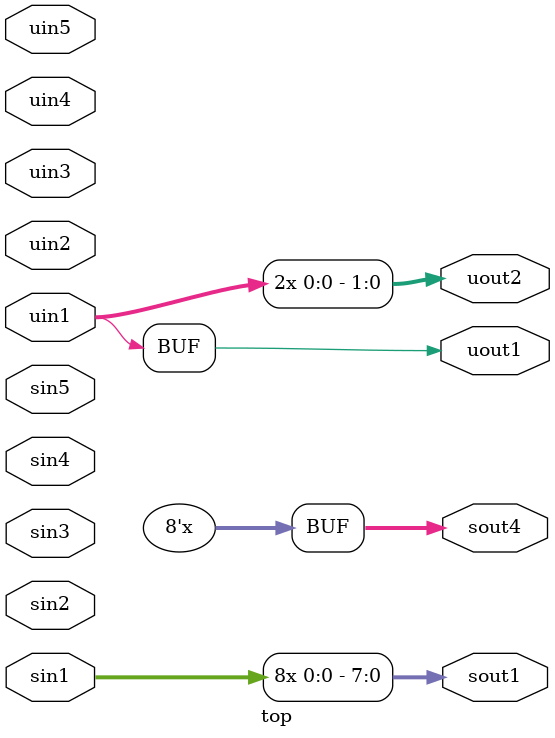
<source format=sv>
module top (
	output logic uout1,
	output logic [1:0] uout2,
	output logic signed [7:0] sout1,
	output logic signed [7:0] sout4,
	input logic uin1,
	input logic [1:0] uin2,
	input logic [2:0] uin3,
	input logic [3:0] uin4,
	input logic [4:0] uin5,
	input logic signed sin1,
	input logic signed [1:0] sin2,
	input logic signed [2:0] sin3,
	input logic signed [3:0] sin4,
	input logic signed [4:0] sin5
);

	assign uout1 = uin1;
	assign uout2 = {uin1, uin1};
	assign sout1 = sin1;

	assign sout4 = 8'hx;
endmodule



</source>
